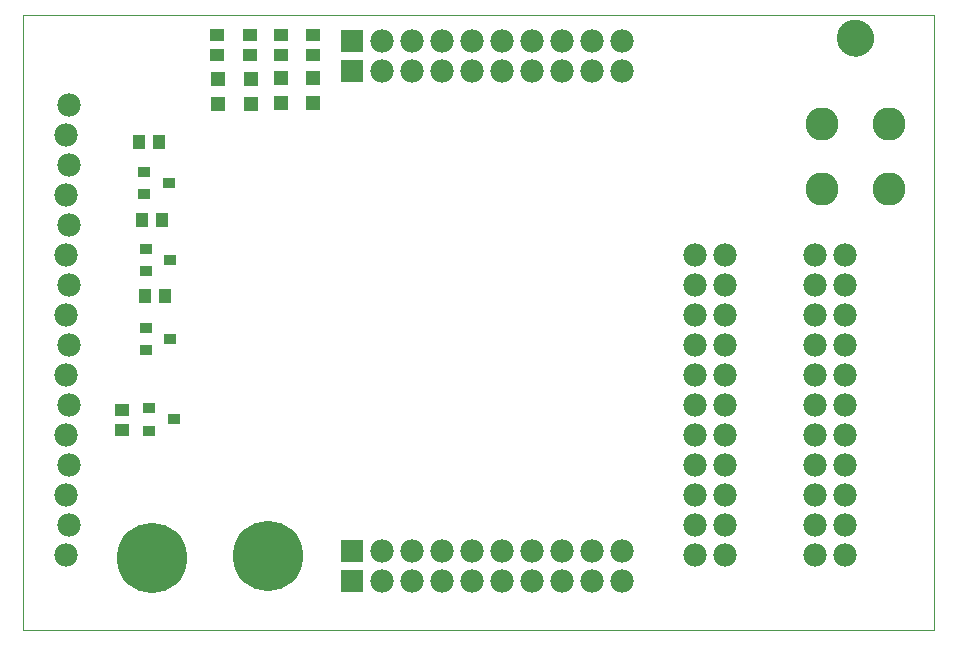
<source format=gts>
G75*
%MOIN*%
%OFA0B0*%
%FSLAX25Y25*%
%IPPOS*%
%LPD*%
%AMOC8*
5,1,8,0,0,1.08239X$1,22.5*
%
%ADD10C,0.00000*%
%ADD11C,0.07800*%
%ADD12R,0.05124X0.05124*%
%ADD13R,0.04731X0.04337*%
%ADD14R,0.04337X0.04731*%
%ADD15R,0.07800X0.07800*%
%ADD16C,0.23400*%
%ADD17C,0.12211*%
%ADD18C,0.11030*%
%ADD19R,0.03943X0.03550*%
D10*
X0002194Y0006842D02*
X0002194Y0211802D01*
X0305894Y0211802D01*
X0305894Y0006842D01*
X0002194Y0006842D01*
X0273768Y0204086D02*
X0273770Y0204239D01*
X0273776Y0204393D01*
X0273786Y0204546D01*
X0273800Y0204698D01*
X0273818Y0204851D01*
X0273840Y0205002D01*
X0273865Y0205153D01*
X0273895Y0205304D01*
X0273929Y0205454D01*
X0273966Y0205602D01*
X0274007Y0205750D01*
X0274052Y0205896D01*
X0274101Y0206042D01*
X0274154Y0206186D01*
X0274210Y0206328D01*
X0274270Y0206469D01*
X0274334Y0206609D01*
X0274401Y0206747D01*
X0274472Y0206883D01*
X0274547Y0207017D01*
X0274624Y0207149D01*
X0274706Y0207279D01*
X0274790Y0207407D01*
X0274878Y0207533D01*
X0274969Y0207656D01*
X0275063Y0207777D01*
X0275161Y0207895D01*
X0275261Y0208011D01*
X0275365Y0208124D01*
X0275471Y0208235D01*
X0275580Y0208343D01*
X0275692Y0208448D01*
X0275806Y0208549D01*
X0275924Y0208648D01*
X0276043Y0208744D01*
X0276165Y0208837D01*
X0276290Y0208926D01*
X0276417Y0209013D01*
X0276546Y0209095D01*
X0276677Y0209175D01*
X0276810Y0209251D01*
X0276945Y0209324D01*
X0277082Y0209393D01*
X0277221Y0209458D01*
X0277361Y0209520D01*
X0277503Y0209578D01*
X0277646Y0209633D01*
X0277791Y0209684D01*
X0277937Y0209731D01*
X0278084Y0209774D01*
X0278232Y0209813D01*
X0278381Y0209849D01*
X0278531Y0209880D01*
X0278682Y0209908D01*
X0278833Y0209932D01*
X0278986Y0209952D01*
X0279138Y0209968D01*
X0279291Y0209980D01*
X0279444Y0209988D01*
X0279597Y0209992D01*
X0279751Y0209992D01*
X0279904Y0209988D01*
X0280057Y0209980D01*
X0280210Y0209968D01*
X0280362Y0209952D01*
X0280515Y0209932D01*
X0280666Y0209908D01*
X0280817Y0209880D01*
X0280967Y0209849D01*
X0281116Y0209813D01*
X0281264Y0209774D01*
X0281411Y0209731D01*
X0281557Y0209684D01*
X0281702Y0209633D01*
X0281845Y0209578D01*
X0281987Y0209520D01*
X0282127Y0209458D01*
X0282266Y0209393D01*
X0282403Y0209324D01*
X0282538Y0209251D01*
X0282671Y0209175D01*
X0282802Y0209095D01*
X0282931Y0209013D01*
X0283058Y0208926D01*
X0283183Y0208837D01*
X0283305Y0208744D01*
X0283424Y0208648D01*
X0283542Y0208549D01*
X0283656Y0208448D01*
X0283768Y0208343D01*
X0283877Y0208235D01*
X0283983Y0208124D01*
X0284087Y0208011D01*
X0284187Y0207895D01*
X0284285Y0207777D01*
X0284379Y0207656D01*
X0284470Y0207533D01*
X0284558Y0207407D01*
X0284642Y0207279D01*
X0284724Y0207149D01*
X0284801Y0207017D01*
X0284876Y0206883D01*
X0284947Y0206747D01*
X0285014Y0206609D01*
X0285078Y0206469D01*
X0285138Y0206328D01*
X0285194Y0206186D01*
X0285247Y0206042D01*
X0285296Y0205896D01*
X0285341Y0205750D01*
X0285382Y0205602D01*
X0285419Y0205454D01*
X0285453Y0205304D01*
X0285483Y0205153D01*
X0285508Y0205002D01*
X0285530Y0204851D01*
X0285548Y0204698D01*
X0285562Y0204546D01*
X0285572Y0204393D01*
X0285578Y0204239D01*
X0285580Y0204086D01*
X0285578Y0203933D01*
X0285572Y0203779D01*
X0285562Y0203626D01*
X0285548Y0203474D01*
X0285530Y0203321D01*
X0285508Y0203170D01*
X0285483Y0203019D01*
X0285453Y0202868D01*
X0285419Y0202718D01*
X0285382Y0202570D01*
X0285341Y0202422D01*
X0285296Y0202276D01*
X0285247Y0202130D01*
X0285194Y0201986D01*
X0285138Y0201844D01*
X0285078Y0201703D01*
X0285014Y0201563D01*
X0284947Y0201425D01*
X0284876Y0201289D01*
X0284801Y0201155D01*
X0284724Y0201023D01*
X0284642Y0200893D01*
X0284558Y0200765D01*
X0284470Y0200639D01*
X0284379Y0200516D01*
X0284285Y0200395D01*
X0284187Y0200277D01*
X0284087Y0200161D01*
X0283983Y0200048D01*
X0283877Y0199937D01*
X0283768Y0199829D01*
X0283656Y0199724D01*
X0283542Y0199623D01*
X0283424Y0199524D01*
X0283305Y0199428D01*
X0283183Y0199335D01*
X0283058Y0199246D01*
X0282931Y0199159D01*
X0282802Y0199077D01*
X0282671Y0198997D01*
X0282538Y0198921D01*
X0282403Y0198848D01*
X0282266Y0198779D01*
X0282127Y0198714D01*
X0281987Y0198652D01*
X0281845Y0198594D01*
X0281702Y0198539D01*
X0281557Y0198488D01*
X0281411Y0198441D01*
X0281264Y0198398D01*
X0281116Y0198359D01*
X0280967Y0198323D01*
X0280817Y0198292D01*
X0280666Y0198264D01*
X0280515Y0198240D01*
X0280362Y0198220D01*
X0280210Y0198204D01*
X0280057Y0198192D01*
X0279904Y0198184D01*
X0279751Y0198180D01*
X0279597Y0198180D01*
X0279444Y0198184D01*
X0279291Y0198192D01*
X0279138Y0198204D01*
X0278986Y0198220D01*
X0278833Y0198240D01*
X0278682Y0198264D01*
X0278531Y0198292D01*
X0278381Y0198323D01*
X0278232Y0198359D01*
X0278084Y0198398D01*
X0277937Y0198441D01*
X0277791Y0198488D01*
X0277646Y0198539D01*
X0277503Y0198594D01*
X0277361Y0198652D01*
X0277221Y0198714D01*
X0277082Y0198779D01*
X0276945Y0198848D01*
X0276810Y0198921D01*
X0276677Y0198997D01*
X0276546Y0199077D01*
X0276417Y0199159D01*
X0276290Y0199246D01*
X0276165Y0199335D01*
X0276043Y0199428D01*
X0275924Y0199524D01*
X0275806Y0199623D01*
X0275692Y0199724D01*
X0275580Y0199829D01*
X0275471Y0199937D01*
X0275365Y0200048D01*
X0275261Y0200161D01*
X0275161Y0200277D01*
X0275063Y0200395D01*
X0274969Y0200516D01*
X0274878Y0200639D01*
X0274790Y0200765D01*
X0274706Y0200893D01*
X0274624Y0201023D01*
X0274547Y0201155D01*
X0274472Y0201289D01*
X0274401Y0201425D01*
X0274334Y0201563D01*
X0274270Y0201703D01*
X0274210Y0201844D01*
X0274154Y0201986D01*
X0274101Y0202130D01*
X0274052Y0202276D01*
X0274007Y0202422D01*
X0273966Y0202570D01*
X0273929Y0202718D01*
X0273895Y0202868D01*
X0273865Y0203019D01*
X0273840Y0203170D01*
X0273818Y0203321D01*
X0273800Y0203474D01*
X0273786Y0203626D01*
X0273776Y0203779D01*
X0273770Y0203933D01*
X0273768Y0204086D01*
D11*
X0201800Y0202983D03*
X0201800Y0192983D03*
X0191800Y0192983D03*
X0181800Y0192983D03*
X0171800Y0192983D03*
X0161800Y0192983D03*
X0151800Y0192983D03*
X0141800Y0192983D03*
X0131800Y0192983D03*
X0121800Y0192983D03*
X0121800Y0202983D03*
X0131800Y0202983D03*
X0141800Y0202983D03*
X0151800Y0202983D03*
X0161800Y0202983D03*
X0171800Y0202983D03*
X0181800Y0202983D03*
X0191800Y0202983D03*
X0226194Y0131842D03*
X0236194Y0131842D03*
X0236194Y0121842D03*
X0226194Y0121842D03*
X0226194Y0111842D03*
X0236194Y0111842D03*
X0236194Y0101842D03*
X0226194Y0101842D03*
X0226194Y0091842D03*
X0236194Y0091842D03*
X0236194Y0081842D03*
X0226194Y0081842D03*
X0226194Y0071842D03*
X0236194Y0071842D03*
X0236194Y0061842D03*
X0226194Y0061842D03*
X0226194Y0051842D03*
X0236194Y0051842D03*
X0236194Y0041842D03*
X0226194Y0041842D03*
X0226194Y0031842D03*
X0236194Y0031842D03*
X0266194Y0031842D03*
X0276194Y0031842D03*
X0276194Y0041842D03*
X0266194Y0041842D03*
X0266194Y0051842D03*
X0276194Y0051842D03*
X0276194Y0061842D03*
X0266194Y0061842D03*
X0266194Y0071842D03*
X0276194Y0071842D03*
X0276194Y0081842D03*
X0266194Y0081842D03*
X0266194Y0091842D03*
X0276194Y0091842D03*
X0276194Y0101842D03*
X0266194Y0101842D03*
X0266194Y0111842D03*
X0276194Y0111842D03*
X0276194Y0121842D03*
X0266194Y0121842D03*
X0266194Y0131842D03*
X0276194Y0131842D03*
X0201800Y0032983D03*
X0201800Y0022983D03*
X0191800Y0022983D03*
X0181800Y0022983D03*
X0171800Y0022983D03*
X0161800Y0022983D03*
X0151800Y0022983D03*
X0141800Y0022983D03*
X0131800Y0022983D03*
X0121800Y0022983D03*
X0121800Y0032983D03*
X0131800Y0032983D03*
X0141800Y0032983D03*
X0151800Y0032983D03*
X0161800Y0032983D03*
X0171800Y0032983D03*
X0181800Y0032983D03*
X0191800Y0032983D03*
X0017694Y0041842D03*
X0016694Y0051842D03*
X0017694Y0061842D03*
X0016694Y0071842D03*
X0017694Y0081842D03*
X0016694Y0091842D03*
X0017694Y0101842D03*
X0016694Y0111842D03*
X0017694Y0121842D03*
X0016694Y0131842D03*
X0017694Y0141842D03*
X0016694Y0151842D03*
X0017694Y0161842D03*
X0016694Y0171842D03*
X0017694Y0181842D03*
X0016694Y0031842D03*
D12*
X0067131Y0182180D03*
X0067131Y0190448D03*
X0078154Y0190369D03*
X0088391Y0190684D03*
X0088391Y0182416D03*
X0078154Y0182102D03*
X0099020Y0182338D03*
X0099020Y0190605D03*
D13*
X0098879Y0198456D03*
X0098879Y0205149D03*
X0088249Y0205070D03*
X0088249Y0198377D03*
X0078013Y0198298D03*
X0078013Y0204991D03*
X0066989Y0204913D03*
X0066989Y0198220D03*
X0035320Y0080149D03*
X0035320Y0073456D03*
D14*
X0042863Y0117920D03*
X0049556Y0117920D03*
X0048753Y0143511D03*
X0042060Y0143511D03*
X0041013Y0169495D03*
X0047706Y0169495D03*
D15*
X0111800Y0192983D03*
X0111800Y0202983D03*
X0111800Y0032983D03*
X0111800Y0022983D03*
D16*
X0084083Y0031251D03*
X0045107Y0030857D03*
D17*
X0279674Y0204086D03*
D18*
X0268454Y0175346D03*
X0290894Y0175346D03*
X0290894Y0153692D03*
X0268454Y0153692D03*
D19*
X0051013Y0155661D03*
X0042745Y0159401D03*
X0042745Y0151920D03*
X0043139Y0133810D03*
X0051406Y0130070D03*
X0043139Y0126330D03*
X0043139Y0107432D03*
X0043139Y0099952D03*
X0051406Y0103692D03*
X0044320Y0080661D03*
X0052587Y0076920D03*
X0044320Y0073180D03*
M02*

</source>
